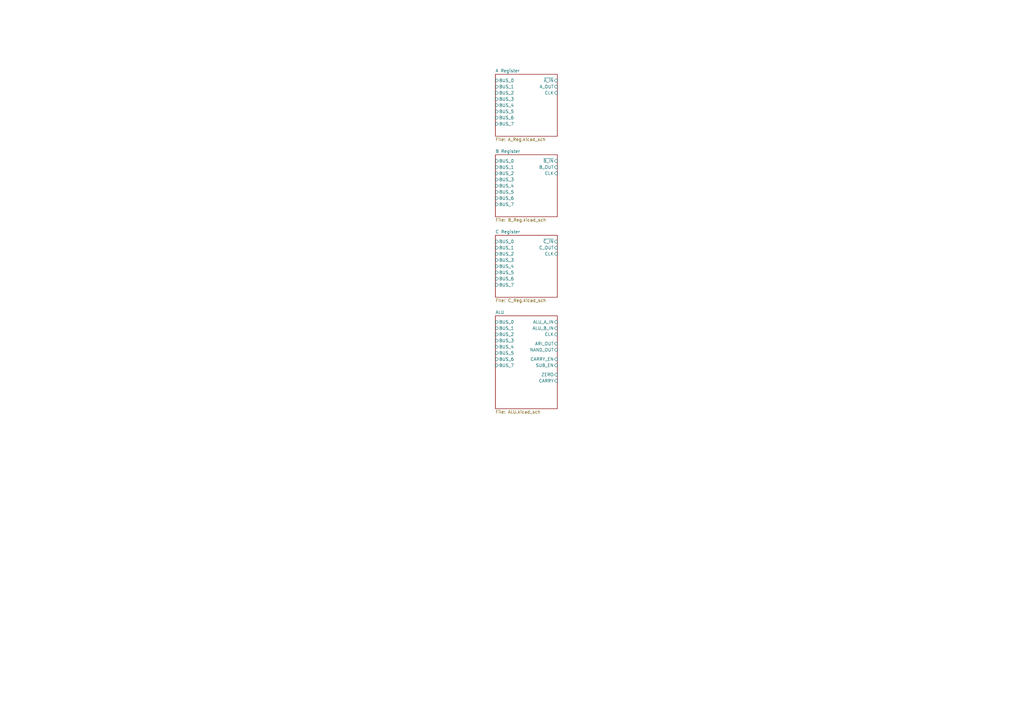
<source format=kicad_sch>
(kicad_sch (version 20230121) (generator eeschema)
  (paper "A3")
  (lib_symbols)
  (sheet (at 203.2 129.54) (size 25.4 38.1) (stroke (width 0.1524))
    (property "Sheetname" "ALU" (at 203.2 128.8284 0) (effects (justify left bottom)))
    (property "Sheetfile" "ALU.kicad_sch" (at 203.2 168.2246 0) (effects (justify left top)))
    (pin "ALU_A_IN" input (at 228.6 132.08 0))
    (pin "CARRY_EN" input (at 228.6 147.32 0))
    (pin "ALU_B_IN" input (at 228.6 134.62 0))
    (pin "BUS_0" input (at 203.2 132.08 180))
    (pin "BUS_1" input (at 203.2 134.62 180))
    (pin "BUS_2" input (at 203.2 137.16 180))
    (pin "BUS_3" input (at 203.2 139.7 180))
    (pin "BUS_4" input (at 203.2 142.24 180))
    (pin "BUS_5" input (at 203.2 144.78 180))
    (pin "BUS_6" input (at 203.2 147.32 180))
    (pin "BUS_7" input (at 203.2 149.86 180))
    (pin "CLK" input (at 228.6 137.16 0))
    (pin "CARRY" input (at 228.6 156.21 0))
    (pin "ARI_OUT" input (at 228.6 140.97 0))
    (pin "NAND_OUT" input (at 228.6 143.51 0))
    (pin "ZERO" input (at 228.6 153.67 0))
    (pin "SUB_EN" input (at 228.6 149.86 0))
  )
  (sheet (at 203.2 30.48) (size 25.4 25.4) (stroke (width 0.1524))
    (property "Sheetname" "A Register" (at 203.2 29.7684 0) (effects (justify left bottom)))
    (property "Sheetfile" "A_Reg.kicad_sch" (at 203.2 56.4646 0) (effects (justify left top)))
    (pin "BUS_2" input (at 203.2 38.1 180))
    (pin "BUS_0" input (at 203.2 33.02 180))
    (pin "BUS_1" input (at 203.2 35.56 180))
    (pin "BUS_3" input (at 203.2 40.64 180))
    (pin "BUS_4" input (at 203.2 43.18 180))
    (pin "BUS_6" input (at 203.2 48.26 180))
    (pin "BUS_5" input (at 203.2 45.72 180))
    (pin "BUS_7" input (at 203.2 50.8 180))
    (pin "CLK" input (at 228.6 38.1 0))
    (pin "A_OUT" input (at 228.6 35.56 0))
    (pin "~{A_IN}" input (at 228.6 33.02 0))
  )
  (sheet (at 203.2 63.5) (size 25.4 25.4) (stroke (width 0.1524))
    (property "Sheetname" "B Register" (at 203.2 62.7884 0) (effects (justify left bottom)))
    (property "Sheetfile" "B_Reg.kicad_sch" (at 203.2 89.4846 0) (effects (justify left top)))
    (pin "BUS_2" input (at 203.2 71.12 180))
    (pin "BUS_0" input (at 203.2 66.04 180))
    (pin "BUS_1" input (at 203.2 68.58 180))
    (pin "BUS_3" input (at 203.2 73.66 180))
    (pin "BUS_4" input (at 203.2 76.2 180))
    (pin "BUS_6" input (at 203.2 81.28 180))
    (pin "BUS_5" input (at 203.2 78.74 180))
    (pin "BUS_7" input (at 203.2 83.82 180))
    (pin "CLK" input (at 228.6 71.12 0))
    (pin "~{B_IN}" input (at 228.6 66.04 0))
    (pin "B_OUT" input (at 228.6 68.58 0))
  )
  (sheet (at 203.2 96.52) (size 25.4 25.4) (stroke (width 0.1524))
    (property "Sheetname" "C Register" (at 203.2 95.8084 0) (effects (justify left bottom)))
    (property "Sheetfile" "C_Reg.kicad_sch" (at 203.2 122.5046 0) (effects (justify left top)))
    (pin "BUS_2" input (at 203.2 104.14 180))
    (pin "BUS_0" input (at 203.2 99.06 180))
    (pin "BUS_1" input (at 203.2 101.6 180))
    (pin "BUS_3" input (at 203.2 106.68 180))
    (pin "BUS_4" input (at 203.2 109.22 180))
    (pin "BUS_6" input (at 203.2 114.3 180))
    (pin "BUS_5" input (at 203.2 111.76 180))
    (pin "BUS_7" input (at 203.2 116.84 180))
    (pin "CLK" input (at 228.6 104.14 0))
    (pin "~{C_IN}" input (at 228.6 99.06 0))
    (pin "C_OUT" input (at 228.6 101.6 0))
  )
)
</source>
